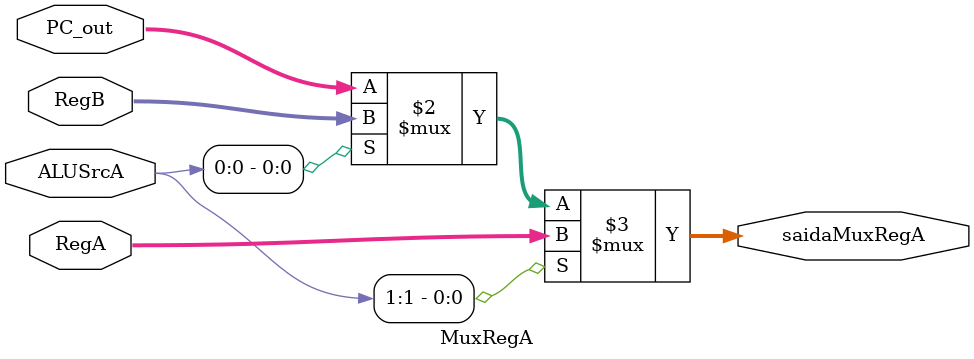
<source format=v>
module MuxRegA (
  input wire [1:0]  ALUSrcA,
  input wire [31:0] PC_out,
  input wire [31:0] RegB,
  input wire [31:0] RegA,
  output reg [31:0] saidaMuxRegA

);

  always @(*) begin
    saidaMuxRegA = ((ALUSrcA[1])
      ? RegA : ((ALUSrcA[0]) ? RegB : PC_out)
    );
  end
  
endmodule
</source>
